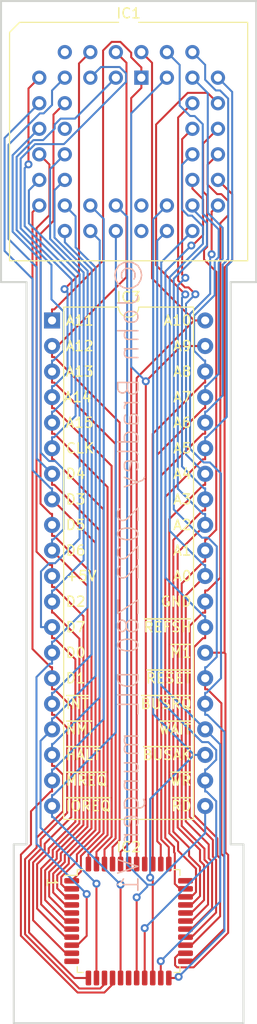
<source format=kicad_pcb>
(kicad_pcb (version 20211014) (generator pcbnew)
  (title_block (comment 4 "AISLER Project ID: YUITKTHA"))
  (layers (0 "F.Cu" signal) (31 "B.Cu" signal) (34 "B.Paste" user) (35 "F.Paste" user) (36 "B.SilkS" user "B.Silkscreen") (37 "F.SilkS" user "F.Silkscreen") (38 "B.Mask" user) (39 "F.Mask" user) (44 "Edge.Cuts" user))
  (net 0 "")
  (net 1 "/A11")
  (net 2 "/A12")
  (net 3 "/A13")
  (net 4 "/A14")
  (net 5 "/A15")
  (net 7 "/CLK")
  (net 8 "/DA4")
  (net 9 "/DA3")
  (net 10 "/DA5")
  (net 11 "/DA6")
  (net 13 "/+5V")
  (net 14 "/DA2")
  (net 15 "/DA7")
  (net 16 "/DA0")
  (net 17 "/DA1")
  (net 18 "/~{INT}")
  (net 19 "/~{NMI}")
  (net 20 "/~{HALT}")
  (net 21 "/~{MREQ}")
  (net 22 "/~{IOREQ}")
  (net 23 "/~{RD}")
  (net 26 "/~{WR}")
  (net 27 "/~{BUSAK}")
  (net 28 "/~{WAIT}")
  (net 29 "/~{BUSRQ}")
  (net 30 "/~{RESET}")
  (net 31 "/~{M1}")
  (net 32 "/~{REFSH}")
  (net 33 "/GND")
  (net 34 "/A0")
  (net 35 "/A1")
  (net 36 "/A2")
  (net 37 "/A3")
  (net 38 "/A4")
  (net 39 "/A5")
  (net 40 "/A6")
  (net 41 "/A7")
  (net 42 "/A8")
  (net 43 "/A9")
  (net 44 "/A10")
  (footprint "Package_QFP:LQFP-44_10x10mm_P0.8mm" (layer "F.Cu") (at 140.97 154.94)
    (fp_text reference "IC2")
    (fp_text value "Z80CPU-LQFP")
  )
  (footprint "Package_DIP:DIP-40_W15.24mm" (layer "F.Cu") (at 133.35 95.25)
    (fp_text reference "IC3")
    (fp_text value "Z80CPU-DIP")
  )
  (footprint "ExtraFootprints:PLCC-44_THT-Socket" (layer "F.Cu") (at 142.24 71.12)
    (fp_text reference "IC1")
    (fp_text value "Z80CPU-LCC")
  )
  (gr_line (start 152.4 165.1) (end 129.54 165.1) (layer "Edge.Cuts") (width 0.2))
  (gr_line (start 151.13 91.44) (end 151.13 147.32) (layer "Edge.Cuts") (width 0.2))
  (gr_line (start 128.27 91.44) (end 128.27 63.5) (layer "Edge.Cuts") (width 0.2))
  (gr_line (start 130.81 147.32) (end 129.54 147.32) (layer "Edge.Cuts") (width 0.2))
  (gr_line (start 129.54 165.1) (end 129.54 147.32) (layer "Edge.Cuts") (width 0.2))
  (gr_line (start 152.4 147.32) (end 152.4 165.1) (layer "Edge.Cuts") (width 0.2))
  (gr_line (start 130.81 91.44) (end 128.27 91.44) (layer "Edge.Cuts") (width 0.2))
  (gr_line (start 153.67 63.5) (end 153.67 91.44) (layer "Edge.Cuts") (width 0.2))
  (gr_line (start 151.13 147.32) (end 152.4 147.32) (layer "Edge.Cuts") (width 0.2))
  (gr_line (start 153.67 91.44) (end 151.13 91.44) (layer "Edge.Cuts") (width 0.2))
  (gr_line (start 130.81 147.32) (end 130.81 91.44) (layer "Edge.Cuts") (width 0.2))
  (gr_line (start 128.27 63.5) (end 153.67 63.5) (layer "Edge.Cuts") (width 0.2))
  (gr_text "©John Bradley 2022 Z80 DIL munger V1" (at 140.97 120.65 90) (layer "B.SilkS") (effects (font (size 2 2)) (justify mirror)))
  (gr_text "D5" (at 134.62 115.57) (layer "F.SilkS") (effects (font (size 1 1)) (justify left)))
  (gr_text "~{WAIT}" (at 147.32 135.89) (layer "F.SilkS") (effects (font (size 1 1)) (justify right)))
  (gr_text "~{BUSRQ}" (at 147.32 133.35) (layer "F.SilkS") (effects (font (size 1 1)) (justify right)))
  (gr_text "~{MREQ}" (at 134.62 140.97) (layer "F.SilkS") (effects (font (size 1 1)) (justify left)))
  (gr_text "A6" (at 147.32 105.41) (layer "F.SilkS") (effects (font (size 1 1)) (justify right)))
  (gr_text "A8" (at 147.32 100.33) (layer "F.SilkS") (effects (font (size 1 1)) (justify right)))
  (gr_text "A10" (at 147.32 95.25) (layer "F.SilkS") (effects (font (size 1 1)) (justify right)))
  (gr_text "~{RESET}" (at 147.32 130.81) (layer "F.SilkS") (effects (font (size 1 1)) (justify right)))
  (gr_text "~{M1}" (at 147.32 128.27) (layer "F.SilkS") (effects (font (size 1 1)) (justify right)))
  (gr_text "A11" (at 134.62 95.25) (layer "F.SilkS") (effects (font (size 1 1)) (justify left)))
  (gr_text "~{REFSH}" (at 147.32 125.73) (layer "F.SilkS") (effects (font (size 1 1)) (justify right)))
  (gr_text "CLK" (at 134.62 107.95) (layer "F.SilkS") (effects (font (size 1 1)) (justify left)))
  (gr_text "+5V" (at 134.62 120.65) (layer "F.SilkS") (effects (font (size 1 1)) (justify left)))
  (gr_text "D0" (at 134.62 128.27) (layer "F.SilkS") (effects (font (size 1 1)) (justify left)))
  (gr_text "~{INT}" (at 134.62 133.35) (layer "F.SilkS") (effects (font (size 1 1)) (justify left)))
  (gr_text "A14" (at 135.89 102.87) (layer "F.SilkS") (effects (font (size 1 1))))
  (gr_text "A7" (at 147.32 102.87) (layer "F.SilkS") (effects (font (size 1 1)) (justify right)))
  (gr_text "D2" (at 134.62 123.19) (layer "F.SilkS") (effects (font (size 1 1)) (justify left)))
  (gr_text "A2" (at 147.32 115.57) (layer "F.SilkS") (effects (font (size 1 1)) (justify right)))
  (gr_text "A9" (at 147.32 97.79) (layer "F.SilkS") (effects (font (size 1 1)) (justify right)))
  (gr_text "GND" (at 147.32 123.19) (layer "F.SilkS") (effects (font (size 1 1)) (justify right)))
  (gr_text "A0" (at 147.32 120.65) (layer "F.SilkS") (effects (font (size 1 1)) (justify right)))
  (gr_text "A1" (at 147.32 118.11) (layer "F.SilkS") (effects (font (size 1 1)) (justify right)))
  (gr_text "D3" (at 134.62 113.03) (layer "F.SilkS") (effects (font (size 1 1)) (justify left)))
  (gr_text "A13" (at 134.62 100.33) (layer "F.SilkS") (effects (font (size 1 1)) (justify left)))
  (gr_text "A4" (at 147.32 110.49) (layer "F.SilkS") (effects (font (size 1 1)) (justify right)))
  (gr_text "~{BUSAK}" (at 147.32 138.43) (layer "F.SilkS") (effects (font (size 1 1)) (justify right)))
  (gr_text "D1" (at 134.62 130.81) (layer "F.SilkS") (effects (font (size 1 1)) (justify left)))
  (gr_text "~{WR}" (at 147.32 140.97) (layer "F.SilkS") (effects (font (size 1 1)) (justify right)))
  (gr_text "A12" (at 134.62 97.79) (layer "F.SilkS") (effects (font (size 1 1)) (justify left)))
  (gr_text "D6" (at 134.62 118.11) (layer "F.SilkS") (effects (font (size 1 1)) (justify left)))
  (gr_text "~{RD}" (at 147.32 143.51) (layer "F.SilkS") (effects (font (size 1 1)) (justify right)))
  (gr_text "D4" (at 134.62 110.49) (layer "F.SilkS") (effects (font (size 1 1)) (justify left)))
  (gr_text "~{IOREQ}" (at 134.62 143.51) (layer "F.SilkS") (effects (font (size 1 1)) (justify left)))
  (gr_text "~{NMI}" (at 134.62 135.89) (layer "F.SilkS") (effects (font (size 1 1)) (justify left)))
  (gr_text "~{HALT}" (at 134.62 138.43) (layer "F.SilkS") (effects (font (size 1 1)) (justify left)))
  (gr_text "D7" (at 134.62 125.73) (layer "F.SilkS") (effects (font (size 1 1)) (justify left)))
  (gr_text "1" (at 133.35 151.13 270) (layer "F.SilkS") (effects (font (size 1 1))))
  (gr_text "A3" (at 147.32 113.03) (layer "F.SilkS") (effects (font (size 1 1)) (justify right)))
  (gr_text "A15" (at 134.62 105.41) (layer "F.SilkS") (effects (font (size 1 1)) (justify left)))
  (gr_text "A5" (at 147.32 107.95) (layer "F.SilkS") (effects (font (size 1 1)) (justify right)))
  (segment (start 140.17 149.2775) (end 140.17 148.0745) (width 0.2) (layer "F.Cu") (net 1))
  (segment (start 133.35 94.1497) (end 133.5747 94.1497) (width 0.2) (layer "F.Cu") (net 1))
  (segment (start 142.24 71.12) (end 142.24 72.1315) (width 0.2) (layer "F.Cu") (net 1))
  (segment (start 133.35 95.25) (end 133.35 94.1497) (width 0.2) (layer "F.Cu") (net 1))
  (segment (start 140.1571 67.5626) (end 141.2285 68.634) (width 0.2) (layer "F.Cu") (net 1))
  (segment (start 141.2285 68.634) (end 141.2285 69.097) (width 0.2) (layer "F.Cu") (net 1))
  (segment (start 141.2285 73.143) (end 142.24 72.1315) (width 0.2) (layer "F.Cu") (net 1))
  (segment (start 138.43 68.4187) (end 139.2861 67.5626) (width 0.2) (layer "F.Cu") (net 1))
  (segment (start 139.2861 67.5626) (end 140.1571 67.5626) (width 0.2) (layer "F.Cu") (net 1))
  (segment (start 140.17 148.0745) (end 141.2285 147.016) (width 0.2) (layer "F.Cu") (net 1))
  (segment (start 141.2285 147.016) (end 141.2285 73.143) (width 0.2) (layer "F.Cu") (net 1))
  (segment (start 138.43 89.2944) (end 138.43 68.4187) (width 0.2) (layer "F.Cu") (net 1))
  (segment (start 141.2285 69.097) (end 142.24 70.1085) (width 0.2) (layer "F.Cu") (net 1))
  (segment (start 133.5747 94.1497) (end 138.43 89.2944) (width 0.2) (layer "F.Cu") (net 1))
  (segment (start 142.24 71.12) (end 142.24 70.1085) (width 0.2) (layer "F.Cu") (net 1))
  (segment (start 133.35 98.3401) (end 133.35 98.8903) (width 0.2) (layer "F.Cu") (net 2))
  (segment (start 133.35 97.79) (end 133.35 98.3401) (width 0.2) (layer "F.Cu") (net 2))
  (segment (start 133.578 98.8903) (end 133.35 98.8903) (width 0.2) (layer "F.Cu") (net 2))
  (segment (start 133.35 98.3401) (end 140.7576 90.9325) (width 0.2) (layer "F.Cu") (net 2))
  (segment (start 139.37 149.2775) (end 139.37 147.5976) (width 0.2) (layer "F.Cu") (net 2))
  (segment (start 140.7576 69.6376) (end 139.7 68.58) (width 0.2) (layer "F.Cu") (net 2))
  (segment (start 140.0766 146.891) (end 140.0766 105.3889) (width 0.2) (layer "F.Cu") (net 2))
  (segment (start 140.7576 90.9325) (end 140.7576 69.6376) (width 0.2) (layer "F.Cu") (net 2))
  (segment (start 139.37 147.5976) (end 140.0766 146.891) (width 0.2) (layer "F.Cu") (net 2))
  (segment (start 140.0766 105.3889) (end 133.578 98.8903) (width 0.2) (layer "F.Cu") (net 2))
  (segment (start 133.35 100.33) (end 133.35 101.4303) (width 0.2) (layer "F.Cu") (net 3))
  (segment (start 138.57 147.8315) (end 139.6763 146.7252) (width 0.2) (layer "F.Cu") (net 3))
  (segment (start 133.578 101.4303) (end 133.35 101.4303) (width 0.2) (layer "F.Cu") (net 3))
  (segment (start 139.6763 107.5286) (end 133.578 101.4303) (width 0.2) (layer "F.Cu") (net 3))
  (segment (start 138.57 149.2775) (end 138.57 147.8315) (width 0.2) (layer "F.Cu") (net 3))
  (segment (start 139.6763 146.7252) (end 139.6763 107.5286) (width 0.2) (layer "F.Cu") (net 3))
  (segment (start 134.4906 94.3498) (end 133.2924 93.1516) (width 0.2) (layer "B.Cu") (net 3))
  (segment (start 133.2924 89.7283) (end 129.8241 86.26) (width 0.2) (layer "B.Cu") (net 3))
  (segment (start 133.35 100.33) (end 133.35 99.2297) (width 0.2) (layer "B.Cu") (net 3))
  (segment (start 134.2011 75.1885) (end 135.6315 75.1885) (width 0.2) (layer "B.Cu") (net 3))
  (segment (start 133.4875 99.2297) (end 134.4906 98.2266) (width 0.2) (layer "B.Cu") (net 3))
  (segment (start 129.8241 86.26) (end 129.8241 78.9971) (width 0.2) (layer "B.Cu") (net 3))
  (segment (start 133.2924 93.1516) (end 133.2924 89.7283) (width 0.2) (layer "B.Cu") (net 3))
  (segment (start 129.8241 78.9971) (end 131.4965 77.3247) (width 0.2) (layer "B.Cu") (net 3))
  (segment (start 132.4641 77.3247) (end 133.6085 76.1803) (width 0.2) (layer "B.Cu") (net 3))
  (segment (start 131.4965 77.3247) (end 132.4641 77.3247) (width 0.2) (layer "B.Cu") (net 3))
  (segment (start 133.6085 76.1803) (end 133.6085 75.7811) (width 0.2) (layer "B.Cu") (net 3))
  (segment (start 133.35 99.2297) (end 133.4875 99.2297) (width 0.2) (layer "B.Cu") (net 3))
  (segment (start 134.4906 98.2266) (end 134.4906 94.3498) (width 0.2) (layer "B.Cu") (net 3))
  (segment (start 133.6085 75.7811) (end 134.2011 75.1885) (width 0.2) (layer "B.Cu") (net 3))
  (segment (start 135.6315 75.1885) (end 139.7 71.12) (width 0.2) (layer "B.Cu") (net 3))
  (segment (start 133.548 103.9703) (end 133.35 103.9703) (width 0.2) (layer "F.Cu") (net 4))
  (segment (start 133.35 102.87) (end 133.35 103.9703) (width 0.2) (layer "F.Cu") (net 4))
  (segment (start 139.276 146.5594) (end 139.276 109.6983) (width 0.2) (layer "F.Cu") (net 4))
  (segment (start 136.0319 69.7081) (end 137.16 68.58) (width 0.2) (layer "F.Cu") (net 4))
  (segment (start 136.0319 90.6932) (end 136.0319 69.7081) (width 0.2) (layer "F.Cu") (net 4))
  (segment (start 137.77 148.0654) (end 139.276 146.5594) (width 0.2) (layer "F.Cu") (net 4))
  (segment (start 134.5908 92.1343) (end 136.0319 90.6932) (width 0.2) (layer "F.Cu") (net 4))
  (segment (start 137.77 149.2775) (end 137.77 148.0654) (width 0.2) (layer "F.Cu") (net 4))
  (segment (start 139.276 109.6983) (end 133.548 103.9703) (width 0.2) (layer "F.Cu") (net 4))
  (via (at 134.5908 92.1343) (size 0.8) (drill 0.4) (layers "F.Cu" "B.Cu") (net 4))
  (segment (start 134.8909 92.4344) (end 134.8909 100.4047) (width 0.2) (layer "B.Cu") (net 4))
  (segment (start 133.5259 101.7697) (end 133.35 101.7697) (width 0.2) (layer "B.Cu") (net 4))
  (segment (start 134.5908 92.1343) (end 134.8909 92.4344) (width 0.2) (layer "B.Cu") (net 4))
  (segment (start 133.35 102.87) (end 133.35 101.7697) (width 0.2) (layer "B.Cu") (net 4))
  (segment (start 134.8909 100.4047) (end 133.5259 101.7697) (width 0.2) (layer "B.Cu") (net 4))
  (segment (start 138.8757 146.3936) (end 138.8757 111.808) (width 0.2) (layer "F.Cu") (net 5))
  (segment (start 133.35 105.41) (end 133.35 106.5103) (width 0.2) (layer "F.Cu") (net 5))
  (segment (start 136.97 149.2775) (end 136.97 148.2993) (width 0.2) (layer "F.Cu") (net 5))
  (segment (start 138.8757 111.808) (end 133.578 106.5103) (width 0.2) (layer "F.Cu") (net 5))
  (segment (start 133.578 106.5103) (end 133.35 106.5103) (width 0.2) (layer "F.Cu") (net 5))
  (segment (start 136.97 148.2993) (end 138.8757 146.3936) (width 0.2) (layer "F.Cu") (net 5))
  (segment (start 131.6623 77.725) (end 130.2244 79.1629) (width 0.2) (layer "B.Cu") (net 5))
  (segment (start 133.35 105.41) (end 133.35 104.3097) (width 0.2) (layer "B.Cu") (net 5))
  (segment (start 135.2912 102.5062) (end 133.4877 104.3097) (width 0.2) (layer "B.Cu") (net 5))
  (segment (start 138.2192 70.0608) (end 140.0801 70.0608) (width 0.2) (layer "B.Cu") (net 5))
  (segment (start 137.16 71.12) (end 138.2192 70.0608) (width 0.2) (layer "B.Cu") (net 5))
  (segment (start 130.2244 79.1629) (end 130.2244 86.0938) (width 0.2) (layer "B.Cu") (net 5))
  (segment (start 135.2912 91.1606) (end 135.2912 102.5062) (width 0.2) (layer "B.Cu") (net 5))
  (segment (start 130.2244 86.0938) (end 135.2912 91.1606) (width 0.2) (layer "B.Cu") (net 5))
  (segment (start 133.4877 104.3097) (end 133.35 104.3097) (width 0.2) (layer "B.Cu") (net 5))
  (segment (start 134.53 77.725) (end 131.6623 77.725) (width 0.2) (layer "B.Cu") (net 5))
  (segment (start 140.7124 70.6931) (end 140.7124 71.5426) (width 0.2) (layer "B.Cu") (net 5))
  (segment (start 140.0801 70.0608) (end 140.7124 70.6931) (width 0.2) (layer "B.Cu") (net 5))
  (segment (start 140.7124 71.5426) (end 134.53 77.725) (width 0.2) (layer "B.Cu") (net 5))
  (segment (start 136.2204 148.4828) (end 138.4754 146.2278) (width 0.2) (layer "F.Cu") (net 7))
  (segment (start 136.2204 150.0271) (end 136.2204 148.4828) (width 0.2) (layer "F.Cu") (net 7))
  (segment (start 138.4754 114.038) (end 133.4877 109.0503) (width 0.2) (layer "F.Cu") (net 7))
  (segment (start 133.4877 109.0503) (end 133.35 109.0503) (width 0.2) (layer "F.Cu") (net 7))
  (segment (start 138.4754 146.2278) (end 138.4754 114.038) (width 0.2) (layer "F.Cu") (net 7))
  (segment (start 133.35 107.95) (end 133.35 109.0503) (width 0.2) (layer "F.Cu") (net 7))
  (segment (start 131.0043 79.7383) (end 131.0043 72.1957) (width 0.2) (layer "F.Cu") (net 7))
  (segment (start 131.0043 72.1957) (end 132.08 71.12) (width 0.2) (layer "F.Cu") (net 7))
  (segment (start 135.3075 150.94) (end 136.2204 150.0271) (width 0.2) (layer "F.Cu") (net 7))
  (via (at 131.0043 79.7383) (size 0.8) (drill 0.4) (layers "F.Cu" "B.Cu") (net 7))
  (segment (start 133.35 107.95) (end 133.35 106.8497) (width 0.2) (layer "B.Cu") (net 7))
  (segment (start 130.6247 85.8743) (end 130.6247 80.1179) (width 0.2) (layer "B.Cu") (net 7))
  (segment (start 130.6247 80.1179) (end 131.0043 79.7383) (width 0.2) (layer "B.Cu") (net 7))
  (segment (start 133.5682 106.8497) (end 135.6915 104.7264) (width 0.2) (layer "B.Cu") (net 7))
  (segment (start 135.6915 104.7264) (end 135.6915 90.9411) (width 0.2) (layer "B.Cu") (net 7))
  (segment (start 133.35 106.8497) (end 133.5682 106.8497) (width 0.2) (layer "B.Cu") (net 7))
  (segment (start 135.6915 90.9411) (end 130.6247 85.8743) (width 0.2) (layer "B.Cu") (net 7))
  (segment (start 133.35 110.49) (end 133.35 111.5903) (width 0.2) (layer "F.Cu") (net 8))
  (segment (start 138.0751 116.0874) (end 133.578 111.5903) (width 0.2) (layer "F.Cu") (net 8))
  (segment (start 134.7377 151.74) (end 134.266 151.2683) (width 0.2) (layer "F.Cu") (net 8))
  (segment (start 134.266 151.2683) (end 134.266 150.5643) (width 0.2) (layer "F.Cu") (net 8))
  (segment (start 138.0751 146.062) (end 138.0751 116.0874) (width 0.2) (layer "F.Cu") (net 8))
  (segment (start 135.8201 149.0102) (end 135.8201 148.317) (width 0.2) (layer "F.Cu") (net 8))
  (segment (start 134.266 150.5643) (end 135.8201 149.0102) (width 0.2) (layer "F.Cu") (net 8))
  (segment (start 133.578 111.5903) (end 133.35 111.5903) (width 0.2) (layer "F.Cu") (net 8))
  (segment (start 135.3075 151.74) (end 134.7377 151.74) (width 0.2) (layer "F.Cu") (net 8))
  (segment (start 135.8201 148.317) (end 138.0751 146.062) (width 0.2) (layer "F.Cu") (net 8))
  (segment (start 131.8266 89.9608) (end 129.0235 87.1577) (width 0.2) (layer "B.Cu") (net 8))
  (segment (start 133.35 110.49) (end 131.8266 108.9666) (width 0.2) (layer "B.Cu") (net 8))
  (segment (start 132.5133 74.6716) (end 133.35 73.8349) (width 0.2) (layer "B.Cu") (net 8))
  (segment (start 129.0235 87.1577) (end 129.0235 77.781) (width 0.2) (layer "B.Cu") (net 8))
  (segment (start 129.0235 77.781) (end 132.1329 74.6716) (width 0.2) (layer "B.Cu") (net 8))
  (segment (start 132.1329 74.6716) (end 132.5133 74.6716) (width 0.2) (layer "B.Cu") (net 8))
  (segment (start 131.8266 108.9666) (end 131.8266 89.9608) (width 0.2) (layer "B.Cu") (net 8))
  (segment (start 133.35 73.8349) (end 133.35 72.39) (width 0.2) (layer "B.Cu") (net 8))
  (segment (start 133.35 72.39) (end 134.62 71.12) (width 0.2) (layer "B.Cu") (net 8))
  (segment (start 133.8657 151.6871) (end 133.8657 150.3984) (width 0.2) (layer "F.Cu") (net 9))
  (segment (start 135.3075 152.54) (end 134.7186 152.54) (width 0.2) (layer "F.Cu") (net 9))
  (segment (start 135.0195 148.5515) (end 137.6748 145.8962) (width 0.2) (layer "F.Cu") (net 9))
  (segment (start 134.7186 152.54) (end 133.8657 151.6871) (width 0.2) (layer "F.Cu") (net 9))
  (segment (start 137.6748 145.8962) (end 137.6748 117.3548) (width 0.2) (layer "F.Cu") (net 9))
  (segment (start 135.0195 149.2446) (end 135.0195 148.5515) (width 0.2) (layer "F.Cu") (net 9))
  (segment (start 137.6748 117.3548) (end 133.35 113.03) (width 0.2) (layer "F.Cu") (net 9))
  (segment (start 133.8657 150.3984) (end 135.0195 149.2446) (width 0.2) (layer "F.Cu") (net 9))
  (segment (start 128.6231 77.1169) (end 132.08 73.66) (width 0.2) (layer "B.Cu") (net 9))
  (segment (start 131.415 110.1322) (end 131.415 91.1296) (width 0.2) (layer "B.Cu") (net 9))
  (segment (start 133.35 111.9297) (end 133.2125 111.9297) (width 0.2) (layer "B.Cu") (net 9))
  (segment (start 133.35 113.03) (end 133.35 111.9297) (width 0.2) (layer "B.Cu") (net 9))
  (segment (start 131.415 91.1296) (end 128.6231 88.3377) (width 0.2) (layer "B.Cu") (net 9))
  (segment (start 133.2125 111.9297) (end 131.415 110.1322) (width 0.2) (layer "B.Cu") (net 9))
  (segment (start 128.6231 88.3377) (end 128.6231 77.1169) (width 0.2) (layer "B.Cu") (net 9))
  (segment (start 133.35 114.4697) (end 133.2125 114.4697) (width 0.2) (layer "F.Cu") (net 10))
  (segment (start 132.2039 113.4611) (end 132.2039 86.6365) (width 0.2) (layer "F.Cu") (net 10))
  (segment (start 134.6996 153.34) (end 133.4654 152.1058) (width 0.2) (layer "F.Cu") (net 10))
  (segment (start 133.4919 74.7881) (end 134.62 73.66) (width 0.2) (layer "F.Cu") (net 10))
  (segment (start 133.2125 114.4697) (end 132.2039 113.4611) (width 0.2) (layer "F.Cu") (net 10))
  (segment (start 133.4919 85.3485) (end 133.4919 74.7881) (width 0.2) (layer "F.Cu") (net 10))
  (segment (start 133.35 115.57) (end 133.35 114.4697) (width 0.2) (layer "F.Cu") (net 10))
  (segment (start 132.2039 86.6365) (end 133.4919 85.3485) (width 0.2) (layer "F.Cu") (net 10))
  (segment (start 133.4654 150.2326) (end 134.6192 149.0788) (width 0.2) (layer "F.Cu") (net 10))
  (segment (start 133.35 115.57) (end 133.35 116.6703) (width 0.2) (layer "F.Cu") (net 10))
  (segment (start 133.578 116.6703) (end 133.35 116.6703) (width 0.2) (layer "F.Cu") (net 10))
  (segment (start 134.6192 149.0788) (end 134.6192 148.3857) (width 0.2) (layer "F.Cu") (net 10))
  (segment (start 133.4654 152.1058) (end 133.4654 150.2326) (width 0.2) (layer "F.Cu") (net 10))
  (segment (start 134.6192 148.3857) (end 137.2745 145.7304) (width 0.2) (layer "F.Cu") (net 10))
  (segment (start 137.2745 120.3668) (end 133.578 116.6703) (width 0.2) (layer "F.Cu") (net 10))
  (segment (start 135.3075 153.34) (end 134.6996 153.34) (width 0.2) (layer "F.Cu") (net 10))
  (segment (start 137.2745 145.7304) (end 137.2745 120.3668) (width 0.2) (layer "F.Cu") (net 10))
  (segment (start 134.2189 148.2199) (end 136.8742 145.5646) (width 0.2) (layer "F.Cu") (net 11))
  (segment (start 135.3075 154.14) (end 134.7038 154.14) (width 0.2) (layer "F.Cu") (net 11))
  (segment (start 134.2189 148.913) (end 134.2189 148.2199) (width 0.2) (layer "F.Cu") (net 11))
  (segment (start 136.8742 121.6342) (end 133.35 118.11) (width 0.2) (layer "F.Cu") (net 11))
  (segment (start 133.0651 152.5013) (end 133.0651 150.0668) (width 0.2) (layer "F.Cu") (net 11))
  (segment (start 134.7038 154.14) (end 133.0651 152.5013) (width 0.2) (layer "F.Cu") (net 11))
  (segment (start 136.8742 145.5646) (end 136.8742 121.6342) (width 0.2) (layer "F.Cu") (net 11))
  (segment (start 133.0651 150.0668) (end 134.2189 148.913) (width 0.2) (layer "F.Cu") (net 11))
  (segment (start 132.2269 89.2289) (end 129.4238 86.4258) (width 0.2) (layer "B.Cu") (net 11))
  (segment (start 129.4238 86.4258) (end 129.4238 78.8313) (width 0.2) (layer "B.Cu") (net 11))
  (segment (start 133.35 117.0097) (end 133.4875 117.0097) (width 0.2) (layer "B.Cu") (net 11))
  (segment (start 133.4875 117.0097) (end 134.4992 115.998) (width 0.2) (layer "B.Cu") (net 11))
  (segment (start 134.4992 115.998) (end 134.4992 110.0561) (width 0.2) (layer "B.Cu") (net 11))
  (segment (start 132.0551 76.2) (end 132.08 76.2) (width 0.2) (layer "B.Cu") (net 11))
  (segment (start 134.4992 110.0561) (end 133.6631 109.22) (width 0.2) (layer "B.Cu") (net 11))
  (segment (start 133.0565 109.22) (end 132.2269 108.3904) (width 0.2) (layer "B.Cu") (net 11))
  (segment (start 133.35 118.11) (end 133.35 117.0097) (width 0.2) (layer "B.Cu") (net 11))
  (segment (start 129.4238 78.8313) (end 132.0551 76.2) (width 0.2) (layer "B.Cu") (net 11))
  (segment (start 133.6631 109.22) (end 133.0565 109.22) (width 0.2) (layer "B.Cu") (net 11))
  (segment (start 132.2269 108.3904) (end 132.2269 89.2289) (width 0.2) (layer "B.Cu") (net 11))
  (segment (start 133.8186 148.0541) (end 136.4739 145.3988) (width 0.2) (layer "F.Cu") (net 13))
  (segment (start 133.578 121.7503) (end 133.35 121.7503) (width 0.2) (layer "F.Cu") (net 13))
  (segment (start 136.4739 145.3988) (end 136.4739 124.6462) (width 0.2) (layer "F.Cu") (net 13))
  (segment (start 133.0916 84.7824) (end 131.8035 86.0705) (width 0.2) (layer "F.Cu") (net 13))
  (segment (start 133.35 120.65) (end 133.35 119.5497) (width 0.2) (layer "F.Cu") (net 13))
  (segment (start 131.8035 118.2312) (end 133.122 119.5497) (width 0.2) (layer "F.Cu") (net 13))
  (segment (start 136.4739 124.6462) (end 133.578 121.7503) (width 0.2) (layer "F.Cu") (net 13))
  (segment (start 133.122 119.5497) (end 133.35 119.5497) (width 0.2) (layer "F.Cu") (net 13))
  (segment (start 133.0916 79.7516) (end 133.0916 84.7824) (width 0.2) (layer "F.Cu") (net 13))
  (segment (start 132.6648 152.8616) (end 132.6648 149.901) (width 0.2) (layer "F.Cu") (net 13))
  (segment (start 133.8186 148.7472) (end 133.8186 148.0541) (width 0.2) (layer "F.Cu") (net 13))
  (segment (start 134.7432 154.94) (end 132.6648 152.8616) (width 0.2) (layer "F.Cu") (net 13))
  (segment (start 135.3075 154.94) (end 134.7432 154.94) (width 0.2) (layer "F.Cu") (net 13))
  (segment (start 132.6648 149.901) (end 133.8186 148.7472) (width 0.2) (layer "F.Cu") (net 13))
  (segment (start 131.8035 86.0705) (end 131.8035 118.2312) (width 0.2) (layer "F.Cu") (net 13))
  (segment (start 132.08 78.74) (end 133.0916 79.7516) (width 0.2) (layer "F.Cu") (net 13))
  (segment (start 133.35 120.65) (end 133.35 121.7503) (width 0.2) (layer "F.Cu") (net 13))
  (segment (start 133.4847 124.2903) (end 133.35 124.2903) (width 0.2) (layer "F.Cu") (net 14))
  (segment (start 132.2645 153.2824) (end 132.2645 149.7352) (width 0.2) (layer "F.Cu") (net 14))
  (segment (start 136.0736 126.8792) (end 133.4847 124.2903) (width 0.2) (layer "F.Cu") (net 14))
  (segment (start 133.4183 147.8883) (end 136.0736 145.233) (width 0.2) (layer "F.Cu") (net 14))
  (segment (start 132.2645 149.7352) (end 133.4183 148.5814) (width 0.2) (layer "F.Cu") (net 14))
  (segment (start 135.3075 155.74) (end 134.7221 155.74) (width 0.2) (layer "F.Cu") (net 14))
  (segment (start 134.7221 155.74) (end 132.2645 153.2824) (width 0.2) (layer "F.Cu") (net 14))
  (segment (start 133.35 123.19) (end 133.35 124.2903) (width 0.2) (layer "F.Cu") (net 14))
  (segment (start 136.0736 145.233) (end 136.0736 126.8792) (width 0.2) (layer "F.Cu") (net 14))
  (segment (start 133.4183 148.5814) (end 133.4183 147.8883) (width 0.2) (layer "F.Cu") (net 14))
  (segment (start 133.1565 87.1455) (end 133.1565 80.2035) (width 0.2) (layer "B.Cu") (net 14))
  (segment (start 136.4921 90.4811) (end 133.1565 87.1455) (width 0.2) (layer "B.Cu") (net 14))
  (segment (start 133.1565 80.2035) (end 134.62 78.74) (width 0.2) (layer "B.Cu") (net 14))
  (segment (start 133.35 122.0897) (end 133.4875 122.0897) (width 0.2) (layer "B.Cu") (net 14))
  (segment (start 136.4921 119.0851) (end 136.4921 90.4811) (width 0.2) (layer "B.Cu") (net 14))
  (segment (start 133.4875 122.0897) (end 136.4921 119.0851) (width 0.2) (layer "B.Cu") (net 14))
  (segment (start 133.35 123.19) (end 133.35 122.0897) (width 0.2) (layer "B.Cu") (net 14))
  (segment (start 133.018 148.1324) (end 133.018 147.7225) (width 0.2) (layer "F.Cu") (net 15))
  (segment (start 133.018 147.7225) (end 135.6733 145.0672) (width 0.2) (layer "F.Cu") (net 15))
  (segment (start 131.8642 153.7071) (end 131.8642 149.2862) (width 0.2) (layer "F.Cu") (net 15))
  (segment (start 134.6971 156.54) (end 131.8642 153.7071) (width 0.2) (layer "F.Cu") (net 15))
  (segment (start 135.3075 156.54) (end 134.6971 156.54) (width 0.2) (layer "F.Cu") (net 15))
  (segment (start 133.35 125.73) (end 133.35 126.8303) (width 0.2) (layer "F.Cu") (net 15))
  (segment (start 135.6733 145.0672) (end 135.6733 128.9256) (width 0.2) (layer "F.Cu") (net 15))
  (segment (start 135.6733 128.9256) (end 133.578 126.8303) (width 0.2) (layer "F.Cu") (net 15))
  (segment (start 131.8642 149.2862) (end 133.018 148.1324) (width 0.2) (layer "F.Cu") (net 15))
  (segment (start 133.578 126.8303) (end 133.35 126.8303) (width 0.2) (layer "F.Cu") (net 15))
  (segment (start 136.0918 116.9348) (end 136.0918 90.647) (width 0.2) (layer "B.Cu") (net 15))
  (segment (start 133.6466 119.38) (end 136.0918 116.9348) (width 0.2) (layer "B.Cu") (net 15))
  (segment (start 131.0455 82.3145) (end 132.08 81.28) (width 0.2) (layer "B.Cu") (net 15))
  (segment (start 132.2497 120.1851) (end 133.0548 119.38) (width 0.2) (layer "B.Cu") (net 15))
  (segment (start 132.2497 125.73) (end 132.2497 120.1851) (width 0.2) (layer "B.Cu") (net 15))
  (segment (start 131.0455 85.6007) (end 131.0455 82.3145) (width 0.2) (layer "B.Cu") (net 15))
  (segment (start 133.35 125.73) (end 132.2497 125.73) (width 0.2) (layer "B.Cu") (net 15))
  (segment (start 133.0548 119.38) (end 133.6466 119.38) (width 0.2) (layer "B.Cu") (net 15))
  (segment (start 136.0918 90.647) (end 131.0455 85.6007) (width 0.2) (layer "B.Cu") (net 15))
  (segment (start 135.8726 157.34) (end 136.7957 156.4169) (width 0.2) (layer "F.Cu") (net 16))
  (segment (start 135.3075 157.34) (end 135.8726 157.34) (width 0.2) (layer "F.Cu") (net 16))
  (segment (start 136.7957 156.4169) (end 136.7957 152.2558) (width 0.2) (layer "F.Cu") (net 16))
  (via (at 136.7957 152.2558) (size 0.8) (drill 0.4) (layers "F.Cu" "B.Cu") (net 16))
  (segment (start 133.35 127.1697) (end 133.4875 127.1697) (width 0.2) (layer "B.Cu") (net 16))
  (segment (start 131.8007 147.2608) (end 131.8007 130.6916) (width 0.2) (layer "B.Cu") (net 16))
  (segment (start 133.4875 127.1697) (end 136.8924 123.7648) (width 0.2) (layer "B.Cu") (net 16))
  (segment (start 136.8924 123.7648) (end 136.8924 90.3153) (width 0.2) (layer "B.Cu") (net 16))
  (segment (start 133.122 129.3703) (end 133.35 129.3703) (width 0.2) (layer "B.Cu") (net 16))
  (segment (start 133.5939 82.3061) (end 134.62 81.28) (width 0.2) (layer "B.Cu") (net 16))
  (segment (start 133.35 128.27) (end 133.35 127.1697) (width 0.2) (layer "B.Cu") (net 16))
  (segment (start 136.7957 152.2558) (end 131.8007 147.2608) (width 0.2) (layer "B.Cu") (net 16))
  (segment (start 136.8924 90.3153) (end 133.5939 87.0168) (width 0.2) (layer "B.Cu") (net 16))
  (segment (start 133.35 128.27) (end 133.35 129.3703) (width 0.2) (layer "B.Cu") (net 16))
  (segment (start 133.5939 87.0168) (end 133.5939 82.3061) (width 0.2) (layer "B.Cu") (net 16))
  (segment (start 131.8007 130.6916) (end 133.122 129.3703) (width 0.2) (layer "B.Cu") (net 16))
  (segment (start 132.6177 147.9666) (end 131.4639 149.1204) (width 0.2) (layer "F.Cu") (net 17))
  (segment (start 132.08 83.82) (end 131.4032 84.4968) (width 0.2) (layer "F.Cu") (net 17))
  (segment (start 133.2125 129.7097) (end 133.35 129.7097) (width 0.2) (layer "F.Cu") (net 17))
  (segment (start 134.7396 158.14) (end 135.3075 158.14) (width 0.2) (layer "F.Cu") (net 17))
  (segment (start 131.4032 127.9004) (end 133.2125 129.7097) (width 0.2) (layer "F.Cu") (net 17))
  (segment (start 135.266 133.5983) (end 135.266 144.616) (width 0.2) (layer "F.Cu") (net 17))
  (segment (start 135.266 144.616) (end 132.6177 147.2643) (width 0.2) (layer "F.Cu") (net 17))
  (segment (start 131.4639 149.1204) (end 131.4639 154.8643) (width 0.2) (layer "F.Cu") (net 17))
  (segment (start 133.578 131.9103) (end 135.266 133.5983) (width 0.2) (layer "F.Cu") (net 17))
  (segment (start 133.35 130.81) (end 133.35 131.9103) (width 0.2) (layer "F.Cu") (net 17))
  (segment (start 131.4032 84.4968) (end 131.4032 127.9004) (width 0.2) (layer "F.Cu") (net 17))
  (segment (start 133.35 130.81) (end 133.35 129.7097) (width 0.2) (layer "F.Cu") (net 17))
  (segment (start 131.4639 154.8643) (end 134.7396 158.14) (width 0.2) (layer "F.Cu") (net 17))
  (segment (start 133.35 131.9103) (end 133.578 131.9103) (width 0.2) (layer "F.Cu") (net 17))
  (segment (start 132.6177 147.2643) (end 132.6177 147.9666) (width 0.2) (layer "F.Cu") (net 17))
  (segment (start 132.2174 147.8008) (end 131.0636 148.9546) (width 0.2) (layer "F.Cu") (net 18))
  (segment (start 135.5836 160.6025) (end 136.97 160.6025) (width 0.2) (layer "F.Cu") (net 18))
  (segment (start 133.578 134.4503) (end 134.8562 135.7285) (width 0.2) (layer "F.Cu") (net 18))
  (segment (start 131.0636 156.0825) (end 135.5836 160.6025) (width 0.2) (layer "F.Cu") (net 18))
  (segment (start 131.0636 148.9546) (end 131.0636 156.0825) (width 0.2) (layer "F.Cu") (net 18))
  (segment (start 133.35 134.4503) (end 133.578 134.4503) (width 0.2) (layer "F.Cu") (net 18))
  (segment (start 133.35 133.35) (end 133.35 134.4503) (width 0.2) (layer "F.Cu") (net 18))
  (segment (start 134.8562 144.186) (end 132.2174 146.8248) (width 0.2) (layer "F.Cu") (net 18))
  (segment (start 134.8562 135.7285) (end 134.8562 144.186) (width 0.2) (layer "F.Cu") (net 18))
  (segment (start 132.2174 146.8248) (end 132.2174 147.8008) (width 0.2) (layer "F.Cu") (net 18))
  (segment (start 137.2927 90.1495) (end 134.62 87.4768) (width 0.2) (layer "B.Cu") (net 18))
  (segment (start 133.4875 132.2497) (end 137.2927 128.4445) (width 0.2) (layer "B.Cu") (net 18))
  (segment (start 137.2927 128.4445) (end 137.2927 90.1495) (width 0.2) (layer "B.Cu") (net 18))
  (segment (start 134.62 87.4768) (end 134.62 86.36) (width 0.2) (layer "B.Cu") (net 18))
  (segment (start 133.35 132.2497) (end 133.4875 132.2497) (width 0.2) (layer "B.Cu") (net 18))
  (segment (start 133.35 133.35) (end 133.35 132.2497) (width 0.2) (layer "B.Cu") (net 18))
  (segment (start 137.77 160.6025) (end 137.77 151.2229) (width 0.2) (layer "F.Cu") (net 19))
  (via (at 137.77 151.2229) (size 0.8) (drill 0.4) (layers "F.Cu" "B.Cu") (net 19))
  (segment (start 137.693 89.9837) (end 135.6946 87.9853) (width 0.2) (layer "B.Cu") (net 19))
  (segment (start 132.2065 137.0335) (end 133.35 135.89) (width 0.2) (layer "B.Cu") (net 19))
  (segment (start 137.693 130.5842) (end 137.693 89.9837) (width 0.2) (layer "B.Cu") (net 19))
  (segment (start 135.6946 84.8946) (end 134.62 83.82) (width 0.2) (layer "B.Cu") (net 19))
  (segment (start 132.2065 145.6594) (end 132.2065 137.0335) (width 0.2) (layer "B.Cu") (net 19))
  (segment (start 135.6946 87.9853) (end 135.6946 84.8946) (width 0.2) (layer "B.Cu") (net 19))
  (segment (start 137.77 151.2229) (end 132.2065 145.6594) (width 0.2) (layer "B.Cu") (net 19))
  (segment (start 133.4875 134.7897) (end 137.693 130.5842) (width 0.2) (layer "B.Cu") (net 19))
  (segment (start 133.35 135.89) (end 133.35 134.7897) (width 0.2) (layer "B.Cu") (net 19))
  (segment (start 133.35 134.7897) (end 133.4875 134.7897) (width 0.2) (layer "B.Cu") (net 19))
  (segment (start 134.4558 144.0203) (end 134.4558 140.4081) (width 0.2) (layer "F.Cu") (net 20))
  (segment (start 131.8171 147.635) (end 131.8171 146.659) (width 0.2) (layer "F.Cu") (net 20))
  (segment (start 138.57 160.6025) (end 138.57 161.2201) (width 0.2) (layer "F.Cu") (net 20))
  (segment (start 131.8171 146.659) (end 134.4558 144.0203) (width 0.2) (layer "F.Cu") (net 20))
  (segment (start 138.1444 161.6457) (end 136.0605 161.6457) (width 0.2) (layer "F.Cu") (net 20))
  (segment (start 130.6633 156.2485) (end 130.6633 148.7888) (width 0.2) (layer "F.Cu") (net 20))
  (segment (start 136.0605 161.6457) (end 130.6633 156.2485) (width 0.2) (layer "F.Cu") (net 20))
  (segment (start 134.4558 140.4081) (end 133.578 139.5303) (width 0.2) (layer "F.Cu") (net 20))
  (segment (start 138.57 161.2201) (end 138.1444 161.6457) (width 0.2) (layer "F.Cu") (net 20))
  (segment (start 133.35 138.43) (end 133.35 139.5303) (width 0.2) (layer "F.Cu") (net 20))
  (segment (start 130.6633 148.7888) (end 131.8171 147.635) (width 0.2) (layer "F.Cu") (net 20))
  (segment (start 133.578 139.5303) (end 133.35 139.5303) (width 0.2) (layer "F.Cu") (net 20))
  (segment (start 133.35 137.3297) (end 133.4692 137.3297) (width 0.2) (layer "B.Cu") (net 20))
  (segment (start 138.0933 87.2933) (end 137.16 86.36) (width 0.2) (layer "B.Cu") (net 20))
  (segment (start 133.35 138.43) (end 133.35 137.3297) (width 0.2) (layer "B.Cu") (net 20))
  (segment (start 138.0933 132.7056) (end 138.0933 87.2933) (width 0.2) (layer "B.Cu") (net 20))
  (segment (start 133.4692 137.3297) (end 138.0933 132.7056) (width 0.2) (layer "B.Cu") (net 20))
  (segment (start 133.35 140.97) (end 133.35 142.0703) (width 0.2) (layer "F.Cu") (net 21))
  (segment (start 133.35 142.0703) (end 133.2125 142.0703) (width 0.2) (layer "F.Cu") (net 21))
  (segment (start 139.37 161.2342) (end 139.37 160.6025) (width 0.2) (layer "F.Cu") (net 21))
  (segment (start 130.2501 156.4028) (end 135.8934 162.0461) (width 0.2) (layer "F.Cu") (net 21))
  (segment (start 133.2125 142.0703) (end 131.2554 144.0274) (width 0.2) (layer "F.Cu") (net 21))
  (segment (start 131.2554 144.0274) (end 131.2554 147.3333) (width 0.2) (layer "F.Cu") (net 21))
  (segment (start 130.2501 148.3386) (end 130.2501 156.4028) (width 0.2) (layer "F.Cu") (net 21))
  (segment (start 135.8934 162.0461) (end 138.5581 162.0461) (width 0.2) (layer "F.Cu") (net 21))
  (segment (start 138.5581 162.0461) (end 139.37 161.2342) (width 0.2) (layer "F.Cu") (net 21))
  (segment (start 131.2554 147.3333) (end 130.2501 148.3386) (width 0.2) (layer "F.Cu") (net 21))
  (segment (start 138.4936 85.1536) (end 137.16 83.82) (width 0.2) (layer "B.Cu") (net 21))
  (segment (start 138.4936 134.8638) (end 138.4936 85.1536) (width 0.2) (layer "B.Cu") (net 21))
  (segment (start 133.4877 139.8697) (end 138.4936 134.8638) (width 0.2) (layer "B.Cu") (net 21))
  (segment (start 133.35 140.97) (end 133.35 139.8697) (width 0.2) (layer "B.Cu") (net 21))
  (segment (start 133.35 139.8697) (end 133.4877 139.8697) (width 0.2) (layer "B.Cu") (net 21))
  (segment (start 140.17 160.6025) (end 140.17 151.3208) (width 0.2) (layer "F.Cu") (net 22))
  (via (at 140.17 151.3208) (size 0.8) (drill 0.4) (layers "F.Cu" "B.Cu") (net 22))
  (segment (start 133.35 143.51) (end 133.35 144.6103) (width 0.2) (layer "B.Cu") (net 22))
  (segment (start 133.4875 142.4097) (end 139.7 136.1972) (width 0.2) (layer "B.Cu") (net 22))
  (segment (start 139.7 136.1972) (end 139.7 86.36) (width 0.2) (layer "B.Cu") (net 22))
  (segment (start 133.35 142.4097) (end 133.4875 142.4097) (width 0.2) (layer "B.Cu") (net 22))
  (segment (start 133.35 144.6103) (end 133.4595 144.6103) (width 0.2) (layer "B.Cu") (net 22))
  (segment (start 133.4595 144.6103) (end 140.17 151.3208) (width 0.2) (layer "B.Cu") (net 22))
  (segment (start 133.35 143.51) (end 133.35 142.4097) (width 0.2) (layer "B.Cu") (net 22))
  (segment (start 141.77 152.5863) (end 141.77 160.6025) (width 0.2) (layer "F.Cu") (net 23))
  (via (at 141.77 152.5863) (size 0.8) (drill 0.4) (layers "F.Cu" "B.Cu") (net 23))
  (segment (start 148.59 146.1982) (end 148.59 144.6103) (width 0.2) (layer "B.Cu") (net 23))
  (segment (start 142.8308 151.3306) (end 140.8282 149.328) (width 0.2) (layer "B.Cu") (net 23))
  (segment (start 142.8308 151.3306) (end 143.4576 151.3306) (width 0.2) (layer "B.Cu") (net 23))
  (segment (start 140.8281 84.9481) (end 139.7 83.82) (width 0.2) (layer "B.Cu") (net 23))
  (segment (start 140.8282 84.9481) (end 140.8281 84.9481) (width 0.2) (layer "B.Cu") (net 23))
  (segment (start 148.59 143.51) (end 148.59 144.6103) (width 0.2) (layer "B.Cu") (net 23))
  (segment (start 142.8308 151.3306) (end 142.8308 151.5255) (width 0.2) (layer "B.Cu") (net 23))
  (segment (start 140.8282 149.328) (end 140.8282 84.9481) (width 0.2) (layer "B.Cu") (net 23))
  (segment (start 142.8308 151.5255) (end 141.77 152.5863) (width 0.2) (layer "B.Cu") (net 23))
  (segment (start 143.4576 151.3306) (end 148.59 146.1982) (width 0.2) (layer "B.Cu") (net 23))
  (segment (start 142.57 160.6025) (end 142.57 155.6471) (width 0.2) (layer "F.Cu") (net 26))
  (via (at 142.57 155.6471) (size 0.8) (drill 0.4) (layers "F.Cu" "B.Cu") (net 26))
  (segment (start 149.6904 148.5267) (end 142.57 155.6471) (width 0.2) (layer "B.Cu") (net 26))
  (segment (start 143.818 132.6941) (end 148.2839 137.16) (width 0.2) (layer "B.Cu") (net 26))
  (segment (start 148.59 140.97) (end 148.59 142.0703) (width 0.2) (layer "B.Cu") (net 26))
  (segment (start 148.59 140.97) (end 148.59 139.8697) (width 0.2) (layer "B.Cu") (net 26))
  (segment (start 148.7275 139.8697) (end 148.59 139.8697) (width 0.2) (layer "B.Cu") (net 26))
  (segment (start 148.7275 142.0703) (end 149.6904 143.0332) (width 0.2) (layer "B.Cu") (net 26))
  (segment (start 149.6904 138.9068) (end 148.7275 139.8697) (width 0.2) (layer "B.Cu") (net 26))
  (segment (start 148.2839 137.16) (end 148.9018 137.16) (width 0.2) (layer "B.Cu") (net 26))
  (segment (start 148.59 142.0703) (end 148.7275 142.0703) (width 0.2) (layer "B.Cu") (net 26))
  (segment (start 149.6904 143.0332) (end 149.6904 148.5267) (width 0.2) (layer "B.Cu") (net 26))
  (segment (start 143.818 87.322) (end 143.818 132.6941) (width 0.2) (layer "B.Cu") (net 26))
  (segment (start 144.78 86.36) (end 143.818 87.322) (width 0.2) (layer "B.Cu") (net 26))
  (segment (start 149.6904 137.9486) (end 149.6904 138.9068) (width 0.2) (layer "B.Cu") (net 26))
  (segment (start 148.9018 137.16) (end 149.6904 137.9486) (width 0.2) (layer "B.Cu") (net 26))
  (segment (start 143.37 160.6025) (end 143.37 150.8795) (width 0.2) (layer "F.Cu") (net 27))
  (segment (start 143.37 150.8795) (end 143.1135 150.623) (width 0.2) (layer "F.Cu") (net 27))
  (via (at 143.1135 150.623) (size 0.8) (drill 0.4) (layers "F.Cu" "B.Cu") (net 27))
  (segment (start 143.4177 85.1823) (end 143.4177 134.358) (width 0.2) (layer "B.Cu") (net 27))
  (segment (start 144.78 83.82) (end 143.4177 85.1823) (width 0.2) (layer "B.Cu") (net 27))
  (segment (start 143.1135 142.8062) (end 143.1135 150.623) (width 0.2) (layer "B.Cu") (net 27))
  (segment (start 147.4897 138.43) (end 143.1135 142.8062) (width 0.2) (layer "B.Cu") (net 27))
  (segment (start 143.4177 134.358) (end 147.4897 138.43) (width 0.2) (layer "B.Cu") (net 27))
  (segment (start 148.59 138.43) (end 147.4897 138.43) (width 0.2) (layer "B.Cu") (net 27))
  (segment (start 144.17 160.6025) (end 144.17 158.9252) (width 0.2) (layer "F.Cu") (net 28))
  (via (at 144.17 158.9252) (size 0.8) (drill 0.4) (layers "F.Cu" "B.Cu") (net 28))
  (segment (start 144.2184 89.4616) (end 147.32 86.36) (width 0.2) (layer "B.Cu") (net 28))
  (segment (start 150.0908 153.0044) (end 150.0908 137.3908) (width 0.2) (layer "B.Cu") (net 28))
  (segment (start 144.2184 131.5184) (end 144.2184 89.4616) (width 0.2) (layer "B.Cu") (net 28))
  (segment (start 150.0908 137.3908) (end 148.59 135.89) (width 0.2) (layer "B.Cu") (net 28))
  (segment (start 144.17 158.9252) (end 150.0908 153.0044) (width 0.2) (layer "B.Cu") (net 28))
  (segment (start 148.59 135.89) (end 144.2184 131.5184) (width 0.2) (layer "B.Cu") (net 28))
  (segment (start 149.2313 84.4487) (end 149.86 83.82) (width 0.2) (layer "F.Cu") (net 29))
  (segment (start 149.2313 88.6726) (end 149.2313 84.4487) (width 0.2) (layer "F.Cu") (net 29))
  (segment (start 145.8278 160.6025) (end 145.9478 160.4825) (width 0.2) (layer "F.Cu") (net 29))
  (segment (start 144.97 160.6025) (end 145.8278 160.6025) (width 0.2) (layer "F.Cu") (net 29))
  (via (at 149.2313 88.6726) (size 0.8) (drill 0.4) (layers "F.Cu" "B.Cu") (net 29))
  (via (at 145.9478 160.4825) (size 0.8) (drill 0.4) (layers "F.Cu" "B.Cu") (net 29))
  (segment (start 148.59 132.7998) (end 148.59 132.2497) (width 0.2) (layer "B.Cu") (net 29))
  (segment (start 145.9478 160.4825) (end 150.5052 155.9251) (width 0.2) (layer "B.Cu") (net 29))
  (segment (start 149.0595 109.3616) (end 148.4366 109.3616) (width 0.2) (layer "B.Cu") (net 29))
  (segment (start 147.0833 94.6023) (end 149.0888 92.5968) (width 0.2) (layer "B.Cu") (net 29))
  (segment (start 147.0833 108.0083) (end 147.0833 94.6023) (width 0.2) (layer "B.Cu") (net 29))
  (segment (start 148.59 133.35) (end 148.59 132.9219) (width 0.2) (layer "B.Cu") (net 29))
  (segment (start 149.0888 92.5968) (end 149.0888 88.8151) (width 0.2) (layer "B.Cu") (net 29))
  (segment (start 148.59 132.2497) (end 148.7275 132.2497) (width 0.2) (layer "B.Cu") (net 29))
  (segment (start 148.59 133.35) (end 148.59 134.4503) (width 0.2) (layer "B.Cu") (net 29))
  (segment (start 148.7275 132.2497) (end 150.1664 130.8108) (width 0.2) (layer "B.Cu") (net 29))
  (segment (start 150.1664 130.8108) (end 150.1664 110.4685) (width 0.2) (layer "B.Cu") (net 29))
  (segment (start 150.5052 136.1375) (end 148.818 134.4503) (width 0.2) (layer "B.Cu") (net 29))
  (segment (start 150.5052 155.9251) (end 150.5052 136.1375) (width 0.2) (layer "B.Cu") (net 29))
  (segment (start 150.1664 110.4685) (end 149.0595 109.3616) (width 0.2) (layer "B.Cu") (net 29))
  (segment (start 148.818 134.4503) (end 148.59 134.4503) (width 0.2) (layer "B.Cu") (net 29))
  (segment (start 149.0888 88.8151) (end 149.2313 88.6726) (width 0.2) (layer "B.Cu") (net 29))
  (segment (start 148.4366 109.3616) (end 147.0833 108.0083) (width 0.2) (layer "B.Cu") (net 29))
  (segment (start 148.59 132.7998) (end 148.59 132.9219) (width 0.2) (layer "B.Cu") (net 29))
  (segment (start 148.59 130.81) (end 148.59 131.9103) (width 0.2) (layer "F.Cu") (net 30))
  (segment (start 150.4781 155.7175) (end 150.4781 148.5383) (width 0.2) (layer "F.Cu") (net 30))
  (segment (start 150.206 148.2662) (end 150.206 133.2983) (width 0.2) (layer "F.Cu") (net 30))
  (segment (start 150.206 133.2983) (end 148.818 131.9103) (width 0.2) (layer "F.Cu") (net 30))
  (segment (start 147.2556 158.94) (end 150.4781 155.7175) (width 0.2) (layer "F.Cu") (net 30))
  (segment (start 150.4781 148.5383) (end 150.206 148.2662) (width 0.2) (layer "F.Cu") (net 30))
  (segment (start 148.818 131.9103) (end 148.59 131.9103) (width 0.2) (layer "F.Cu") (net 30))
  (segment (start 146.6325 158.94) (end 147.2556 158.94) (width 0.2) (layer "F.Cu") (net 30))
  (segment (start 148.59 129.7097) (end 148.7277 129.7097) (width 0.2) (layer "B.Cu") (net 30))
  (segment (start 148.7676 87.8037) (end 148.7676 85.6025) (width 0.2) (layer "B.Cu") (net 30))
  (segment (start 148.2709 116.84) (end 145.4635 114.0326) (width 0.2) (layer "B.Cu") (net 30))
  (segment (start 148.59 130.81) (end 148.59 129.7097) (width 0.2) (layer "B.Cu") (net 30))
  (segment (start 148.7676 85.6025) (end 147.32 84.1549) (width 0.2) (layer "B.Cu") (net 30))
  (segment (start 149.7425 117.7037) (end 148.8788 116.84) (width 0.2) (layer "B.Cu") (net 30))
  (segment (start 148.7277 129.7097) (end 149.7425 128.6949) (width 0.2) (layer "B.Cu") (net 30))
  (segment (start 145.4635 91.1078) (end 148.7676 87.8037) (width 0.2) (layer "B.Cu") (net 30))
  (segment (start 147.32 84.1549) (end 147.32 83.82) (width 0.2) (layer "B.Cu") (net 30))
  (segment (start 145.4635 114.0326) (end 145.4635 91.1078) (width 0.2) (layer "B.Cu") (net 30))
  (segment (start 148.8788 116.84) (end 148.2709 116.84) (width 0.2) (layer "B.Cu") (net 30))
  (segment (start 149.7425 128.6949) (end 149.7425 117.7037) (width 0.2) (layer "B.Cu") (net 30))
  (segment (start 150.61 128.382) (end 150.498 128.27) (width 0.2) (layer "F.Cu") (net 31))
  (segment (start 149.6903 128.27) (end 150.498 128.27) (width 0.2) (layer "F.Cu") (net 31))
  (segment (start 150.8784 156.1081) (end 150.8784 148.3725) (width 0.2) (layer "F.Cu") (net 31))
  (segment (start 146.0413 158.14) (end 145.5942 158.5871) (width 0.2) (layer "F.Cu") (net 31))
  (segment (start 145.8046 159.5439) (end 147.4426 159.5439) (width 0.2) (layer "F.Cu") (net 31))
  (segment (start 150.5211 89.9776) (end 151.2909 89.2078) (width 0.2) (layer "F.Cu") (net 31))
  (segment (start 151.2909 89.2078) (end 151.2909 82.7109) (width 0.2) (layer "F.Cu") (net 31))
  (segment (start 151.2909 82.7109) (end 149.86 81.28) (width 0.2) (layer "F.Cu") (net 31))
  (segment (start 150.61 148.1041) (end 150.61 128.382) (width 0.2) (layer "F.Cu") (net 31))
  (segment (start 148.59 128.27) (end 149.6903 128.27) (width 0.2) (layer "F.Cu") (net 31))
  (segment (start 147.4426 159.5439) (end 150.8784 156.1081) (width 0.2) (layer "F.Cu") (net 31))
  (segment (start 150.8784 148.3725) (end 150.61 148.1041) (width 0.2) (layer "F.Cu") (net 31))
  (segment (start 150.5211 128.2469) (end 150.5211 89.9776) (width 0.2) (layer "F.Cu") (net 31))
  (segment (start 145.5942 158.5871) (end 145.5942 159.3335) (width 0.2) (layer "F.Cu") (net 31))
  (segment (start 150.498 128.27) (end 150.5211 128.2469) (width 0.2) (layer "F.Cu") (net 31))
  (segment (start 145.5942 159.3335) (end 145.8046 159.5439) (width 0.2) (layer "F.Cu") (net 31))
  (segment (start 146.6325 158.14) (end 146.0413 158.14) (width 0.2) (layer "F.Cu") (net 31))
  (segment (start 147.2129 157.34) (end 150.0778 154.4751) (width 0.2) (layer "F.Cu") (net 32))
  (segment (start 147.3284 87.8007) (end 148.3815 86.7476) (width 0.2) (layer "F.Cu") (net 32))
  (segment (start 146.6325 157.34) (end 147.2129 157.34) (width 0.2) (layer "F.Cu") (net 32))
  (segment (start 148.59 125.73) (end 148.59 126.8303) (width 0.2) (layer "F.Cu") (net 32))
  (segment (start 149.8037 146.7239) (end 147.4644 144.3846) (width 0.2) (layer "F.Cu") (net 32))
  (segment (start 150.0778 154.4751) (end 150.0778 148.7041) (width 0.2) (layer "F.Cu") (net 32))
  (segment (start 147.4644 127.7279) (end 148.362 126.8303) (width 0.2) (layer "F.Cu") (net 32))
  (segment (start 149.8037 148.43) (end 149.8037 146.7239) (width 0.2) (layer "F.Cu") (net 32))
  (segment (start 148.3815 86.7476) (end 148.3815 83.2106) (width 0.2) (layer "F.Cu") (net 32))
  (segment (start 147.4644 144.3846) (end 147.4644 127.7279) (width 0.2) (layer "F.Cu") (net 32))
  (segment (start 148.3815 83.2106) (end 147.32 82.1491) (width 0.2) (layer "F.Cu") (net 32))
  (segment (start 148.362 126.8303) (end 148.59 126.8303) (width 0.2) (layer "F.Cu") (net 32))
  (segment (start 147.32 82.1491) (end 147.32 81.28) (width 0.2) (layer "F.Cu") (net 32))
  (segment (start 147.2111 87.8007) (end 147.3284 87.8007) (width 0.2) (layer "F.Cu") (net 32))
  (segment (start 150.0778 148.7041) (end 149.8037 148.43) (width 0.2) (layer "F.Cu") (net 32))
  (via (at 147.2111 87.8007) (size 0.8) (drill 0.4) (layers "F.Cu" "B.Cu") (net 32))
  (segment (start 148.4523 124.6297) (end 144.6362 120.8136) (width 0.2) (layer "B.Cu") (net 32))
  (segment (start 144.6362 120.8136) (end 144.6362 90.3756) (width 0.2) (layer "B.Cu") (net 32))
  (segment (start 148.59 125.73) (end 148.59 124.6297) (width 0.2) (layer "B.Cu") (net 32))
  (segment (start 148.59 124.6297) (end 148.4523 124.6297) (width 0.2) (layer "B.Cu") (net 32))
  (segment (start 144.6362 90.3756) (end 147.2111 87.8007) (width 0.2) (layer "B.Cu") (net 32))
  (segment (start 146.6325 156.54) (end 147.2338 156.54) (width 0.2) (layer "F.Cu") (net 33))
  (segment (start 149.3553 146.8851) (end 147.0539 144.5837) (width 0.2) (layer "F.Cu") (net 33))
  (segment (start 150.193 82.6915) (end 149.7767 82.6915) (width 0.2) (layer "F.Cu") (net 33))
  (segment (start 147.2338 156.54) (end 149.6775 154.0963) (width 0.2) (layer "F.Cu") (net 33))
  (segment (start 149.3553 148.5477) (end 149.3553 146.8851) (width 0.2) (layer "F.Cu") (net 33))
  (segment (start 148.8278 79.7722) (end 149.86 78.74) (width 0.2) (layer "F.Cu") (net 33))
  (segment (start 149.6775 148.8699) (end 149.3553 148.5477) (width 0.2) (layer "F.Cu") (net 33))
  (segment (start 147.0539 125.5984) (end 148.362 124.2903) (width 0.2) (layer "F.Cu") (net 33))
  (segment (start 148.59 123.19) (end 148.59 122.0897) (width 0.2) (layer "F.Cu") (net 33))
  (segment (start 150.8867 83.3852) (end 150.193 82.6915) (width 0.2) (layer "F.Cu") (net 33))
  (segment (start 148.8278 81.7426) (end 148.8278 79.7722) (width 0.2) (layer "F.Cu") (net 33))
  (segment (start 149.6775 154.0963) (end 149.6775 148.8699) (width 0.2) (layer "F.Cu") (net 33))
  (segment (start 150.0978 120.8099) (end 150.0978 85.5731) (width 0.2) (layer "F.Cu") (net 33))
  (segment (start 148.362 124.2903) (end 148.59 124.2903) (width 0.2) (layer "F.Cu") (net 33))
  (segment (start 148.818 122.0897) (end 150.0978 120.8099) (width 0.2) (layer "F.Cu") (net 33))
  (segment (start 150.8867 84.7842) (end 150.8867 83.3852) (width 0.2) (layer "F.Cu") (net 33))
  (segment (start 149.7767 82.6915) (end 148.8278 81.7426) (width 0.2) (layer "F.Cu") (net 33))
  (segment (start 150.0978 85.5731) (end 150.8867 84.7842) (width 0.2) (layer "F.Cu") (net 33))
  (segment (start 148.59 122.0897) (end 148.818 122.0897) (width 0.2) (layer "F.Cu") (net 33))
  (segment (start 147.0539 144.5837) (end 147.0539 125.5984) (width 0.2) (layer "F.Cu") (net 33))
  (segment (start 148.59 123.19) (end 148.59 124.2903) (width 0.2) (layer "F.Cu") (net 33))
  (segment (start 146.6325 155.74) (end 147.237 155.74) (width 0.2) (layer "F.Cu") (net 34))
  (segment (start 149.2772 149.0357) (end 148.9431 148.7016) (width 0.2) (layer "F.Cu") (net 34))
  (segment (start 148.9431 148.7016) (end 148.9431 147.322) (width 0.2) (layer "F.Cu") (net 34))
  (segment (start 148.9431 147.322) (end 146.6536 145.0325) (width 0.2) (layer "F.Cu") (net 34))
  (segment (start 146.6536 145.0325) (end 146.6536 122.5864) (width 0.2) (layer "F.Cu") (net 34))
  (segment (start 147.237 155.74) (end 149.2772 153.6998) (width 0.2) (layer "F.Cu") (net 34))
  (segment (start 149.2772 153.6998) (end 149.2772 149.0357) (width 0.2) (layer "F.Cu") (net 34))
  (segment (start 146.6536 122.5864) (end 148.59 120.65) (width 0.2) (layer "F.Cu") (net 34))
  (segment (start 147.2829 84.8316) (end 146.8975 84.8316) (width 0.2) (layer "B.Cu") (net 34))
  (segment (start 148.59 119.5497) (end 148.4525 119.5497) (width 0.2) (layer "B.Cu") (net 34))
  (segment (start 146.2754 84.2095) (end 146.2754 79.7846) (width 0.2) (layer "B.Cu") (net 34))
  (segment (start 145.0631 90.9419) (end 148.3672 87.6378) (width 0.2) (layer "B.Cu") (net 34))
  (segment (start 148.59 120.65) (end 148.59 119.5497) (width 0.2) (layer "B.Cu") (net 34))
  (segment (start 148.3672 85.9159) (end 147.2829 84.8316) (width 0.2) (layer "B.Cu") (net 34))
  (segment (start 148.3672 87.6378) (end 148.3672 85.9159) (width 0.2) (layer "B.Cu") (net 34))
  (segment (start 148.4525 119.5497) (end 145.0631 116.1603) (width 0.2) (layer "B.Cu") (net 34))
  (segment (start 145.0631 116.1603) (end 145.0631 90.9419) (width 0.2) (layer "B.Cu") (net 34))
  (segment (start 146.8975 84.8316) (end 146.2754 84.2095) (width 0.2) (layer "B.Cu") (net 34))
  (segment (start 146.2754 79.7846) (end 147.32 78.74) (width 0.2) (layer "B.Cu") (net 34))
  (segment (start 146.2533 121.3904) (end 148.4334 119.2103) (width 0.2) (layer "F.Cu") (net 35))
  (segment (start 148.7275 117.0097) (end 149.6928 116.0444) (width 0.2) (layer "F.Cu") (net 35))
  (segment (start 148.4334 119.2103) (end 148.59 119.2103) (width 0.2) (layer "F.Cu") (net 35))
  (segment (start 148.782 82.8428) (end 148.3816 82.4424) (width 0.2) (layer "F.Cu") (net 35))
  (segment (start 148.59 117.0097) (end 148.7275 117.0097) (width 0.2) (layer "F.Cu") (net 35))
  (segment (start 148.5193 147.7474) (end 146.2533 145.4814) (width 0.2) (layer "F.Cu") (net 35))
  (segment (start 148.5193 148.8439) (end 148.5193 147.7474) (width 0.2) (layer "F.Cu") (net 35))
  (segment (start 148.8769 149.2015) (end 148.5193 148.8439) (width 0.2) (layer "F.Cu") (net 35))
  (segment (start 148.4777 88.2437) (end 148.782 87.9394) (width 0.2) (layer "F.Cu") (net 35))
  (segment (start 149.6928 90.4103) (end 148.4777 89.1952) (width 0.2) (layer "F.Cu") (net 35))
  (segment (start 148.3816 77.6784) (end 149.86 76.2) (width 0.2) (layer "F.Cu") (net 35))
  (segment (start 146.6325 154.94) (end 147.2427 154.94) (width 0.2) (layer "F.Cu") (net 35))
  (segment (start 148.59 118.11) (end 148.59 117.0097) (width 0.2) (layer "F.Cu") (net 35))
  (segment (start 148.3816 82.4424) (end 148.3816 77.6784) (width 0.2) (layer "F.Cu") (net 35))
  (segment (start 149.6928 116.0444) (end 149.6928 90.4103) (width 0.2) (layer "F.Cu") (net 35))
  (segment (start 148.59 118.11) (end 148.59 119.2103) (width 0.2) (layer "F.Cu") (net 35))
  (segment (start 146.2533 145.4814) (end 146.2533 121.3904) (width 0.2) (layer "F.Cu") (net 35))
  (segment (start 148.782 87.9394) (end 148.782 82.8428) (width 0.2) (layer "F.Cu") (net 35))
  (segment (start 147.2427 154.94) (end 148.8769 153.3058) (width 0.2) (layer "F.Cu") (net 35))
  (segment (start 148.8769 153.3058) (end 148.8769 149.2015) (width 0.2) (layer "F.Cu") (net 35))
  (segment (start 148.4777 89.1952) (end 148.4777 88.2437) (width 0.2) (layer "F.Cu") (net 35))
  (segment (start 146.2979 90.6945) (end 146.618 91.0146) (width 0.2) (layer "F.Cu") (net 36))
  (segment (start 147.32 76.2) (end 146.2979 77.2221) (width 0.2) (layer "F.Cu") (net 36))
  (segment (start 145.853 145.6472) (end 145.853 118.307) (width 0.2) (layer "F.Cu") (net 36))
  (segment (start 146.2979 77.2221) (end 146.2979 90.6945) (width 0.2) (layer "F.Cu") (net 36))
  (segment (start 148.4766 149.3673) (end 148.0763 148.967) (width 0.2) (layer "F.Cu") (net 36))
  (segment (start 145.853 118.307) (end 148.59 115.57) (width 0.2) (layer "F.Cu") (net 36))
  (segment (start 146.6325 154.14) (end 147.196 154.14) (width 0.2) (layer "F.Cu") (net 36))
  (segment (start 148.4766 152.8594) (end 148.4766 149.3673) (width 0.2) (layer "F.Cu") (net 36))
  (segment (start 147.196 154.14) (end 148.4766 152.8594) (width 0.2) (layer "F.Cu") (net 36))
  (segment (start 148.0763 147.8705) (end 145.853 145.6472) (width 0.2) (layer "F.Cu") (net 36))
  (segment (start 148.0763 148.967) (end 148.0763 147.8705) (width 0.2) (layer "F.Cu") (net 36))
  (via (at 146.618 91.0146) (size 0.8) (drill 0.4) (layers "F.Cu" "B.Cu") (net 36))
  (segment (start 145.8638 111.9715) (end 145.8638 91.7688) (width 0.2) (layer "B.Cu") (net 36))
  (segment (start 148.59 114.4697) (end 148.362 114.4697) (width 0.2) (layer "B.Cu") (net 36))
  (segment (start 148.362 114.4697) (end 145.8638 111.9715) (width 0.2) (layer "B.Cu") (net 36))
  (segment (start 145.8638 91.7688) (end 146.618 91.0146) (width 0.2) (layer "B.Cu") (net 36))
  (segment (start 148.59 115.57) (end 148.59 114.4697) (width 0.2) (layer "B.Cu") (net 36))
  (segment (start 148.362 114.1303) (end 148.59 114.1303) (width 0.2) (layer "F.Cu") (net 37))
  (segment (start 143.7051 75.776) (end 143.7051 89.7567) (width 0.2) (layer "F.Cu") (net 37))
  (segment (start 148.59 113.03) (end 148.59 114.1303) (width 0.2) (layer "F.Cu") (net 37))
  (segment (start 148.0763 152.462) (end 148.0763 149.5676) (width 0.2) (layer "F.Cu") (net 37))
  (segment (start 148.8281 72.6281) (end 146.853 72.6281) (width 0.2) (layer "F.Cu") (net 37))
  (segment (start 146.9854 147.6288) (end 145.4208 146.0642) (width 0.2) (layer "F.Cu") (net 37))
  (segment (start 149.86 73.66) (end 148.8281 72.6281) (width 0.2) (layer "F.Cu") (net 37))
  (segment (start 147.1983 153.34) (end 148.0763 152.462) (width 0.2) (layer "F.Cu") (net 37))
  (segment (start 146.6325 153.34) (end 147.1983 153.34) (width 0.2) (layer "F.Cu") (net 37))
  (segment (start 146.9854 148.4767) (end 146.9854 147.6288) (width 0.2) (layer "F.Cu") (net 37))
  (segment (start 145.4208 117.0715) (end 148.362 114.1303) (width 0.2) (layer "F.Cu") (net 37))
  (segment (start 148.0763 149.5676) (end 146.9854 148.4767) (width 0.2) (layer "F.Cu") (net 37))
  (segment (start 146.853 72.6281) (end 143.7051 75.776) (width 0.2) (layer "F.Cu") (net 37))
  (segment (start 145.4208 146.0642) (end 145.4208 117.0715) (width 0.2) (layer "F.Cu") (net 37))
  (segment (start 143.7051 89.7567) (end 146.6114 92.663) (width 0.2) (layer "F.Cu") (net 37))
  (via (at 146.6114 92.663) (size 0.8) (drill 0.4) (layers "F.Cu" "B.Cu") (net 37))
  (segment (start 146.2826 109.76) (end 146.2826 92.9918) (width 0.2) (layer "B.Cu") (net 37))
  (segment (start 148.59 111.9297) (end 148.4523 111.9297) (width 0.2) (layer "B.Cu") (net 37))
  (segment (start 146.2826 92.9918) (end 146.6114 92.663) (width 0.2) (layer "B.Cu") (net 37))
  (segment (start 148.4523 111.9297) (end 146.2826 109.76) (width 0.2) (layer "B.Cu") (net 37))
  (segment (start 148.59 113.03) (end 148.59 111.9297) (width 0.2) (layer "B.Cu") (net 37))
  (segment (start 145.8976 75.0824) (end 145.8976 91.2846) (width 0.2) (layer "F.Cu") (net 38))
  (segment (start 146.9312 91.9626) (end 147.6167 92.6481) (width 0.2) (layer "F.Cu") (net 38))
  (segment (start 145.8945 147.104) (end 145.8945 147.9521) (width 0.2) (layer "F.Cu") (net 38))
  (segment (start 145.0205 146.23) (end 145.8945 147.104) (width 0.2) (layer "F.Cu") (net 38))
  (segment (start 146.5756 91.9626) (end 146.9312 91.9626) (width 0.2) (layer "F.Cu") (net 38))
  (segment (start 145.0205 114.9946) (end 145.0205 146.23) (width 0.2) (layer "F.Cu") (net 38))
  (segment (start 145.8945 147.9521) (end 147.6758 149.7334) (width 0.2) (layer "F.Cu") (net 38))
  (segment (start 147.6758 149.7334) (end 147.6758 152.0643) (width 0.2) (layer "F.Cu") (net 38))
  (segment (start 147.32 73.66) (end 145.8976 75.0824) (width 0.2) (layer "F.Cu") (net 38))
  (segment (start 148.59 110.49) (end 148.59 111.5903) (width 0.2) (layer "F.Cu") (net 38))
  (segment (start 147.2001 152.54) (end 146.6325 152.54) (width 0.2) (layer "F.Cu") (net 38))
  (segment (start 148.59 111.5903) (end 148.4248 111.5903) (width 0.2) (layer "F.Cu") (net 38))
  (segment (start 145.8976 91.2846) (end 146.5756 91.9626) (width 0.2) (layer "F.Cu") (net 38))
  (segment (start 147.6758 152.0643) (end 147.2001 152.54) (width 0.2) (layer "F.Cu") (net 38))
  (segment (start 148.4248 111.5903) (end 145.0205 114.9946) (width 0.2) (layer "F.Cu") (net 38))
  (via (at 147.6167 92.6481) (size 0.8) (drill 0.4) (layers "F.Cu" "B.Cu") (net 38))
  (segment (start 148.59 110.49) (end 146.6829 108.5829) (width 0.2) (layer "B.Cu") (net 38))
  (segment (start 146.6829 108.5829) (end 146.6829 93.5819) (width 0.2) (layer "B.Cu") (net 38))
  (segment (start 146.6829 93.5819) (end 147.6167 92.6481) (width 0.2) (layer "B.Cu") (net 38))
  (segment (start 144.6202 146.6787) (end 145.4942 147.5527) (width 0.2) (layer "F.Cu") (net 39))
  (segment (start 144.6202 112.7921) (end 144.6202 146.6787) (width 0.2) (layer "F.Cu") (net 39))
  (segment (start 148.362 109.0503) (end 144.6202 112.7921) (width 0.2) (layer "F.Cu") (net 39))
  (segment (start 145.4942 148.1179) (end 145.5663 148.19) (width 0.2) (layer "F.Cu") (net 39))
  (segment (start 145.4942 147.5527) (end 145.4942 148.1179) (width 0.2) (layer "F.Cu") (net 39))
  (segment (start 148.59 109.0503) (end 148.362 109.0503) (width 0.2) (layer "F.Cu") (net 39))
  (segment (start 145.5663 148.19) (end 145.5663 151.2417) (width 0.2) (layer "F.Cu") (net 39))
  (segment (start 145.5663 151.2417) (end 146.0646 151.74) (width 0.2) (layer "F.Cu") (net 39))
  (segment (start 148.59 107.95) (end 148.59 109.0503) (width 0.2) (layer "F.Cu") (net 39))
  (segment (start 146.0646 151.74) (end 146.6325 151.74) (width 0.2) (layer "F.Cu") (net 39))
  (segment (start 150.7374 104.8398) (end 150.7374 89.8552) (width 0.2) (layer "B.Cu") (net 39))
  (segment (start 151.2782 89.3144) (end 151.2782 72.5382) (width 0.2) (layer "B.Cu") (net 39))
  (segment (start 148.59 107.95) (end 148.59 106.8497) (width 0.2) (layer "B.Cu") (net 39))
  (segment (start 151.2782 72.5382) (end 149.86 71.12) (width 0.2) (layer "B.Cu") (net 39))
  (segment (start 148.59 106.8497) (end 148.7275 106.8497) (width 0.2) (layer "B.Cu") (net 39))
  (segment (start 148.7275 106.8497) (end 150.7374 104.8398) (width 0.2) (layer "B.Cu") (net 39))
  (segment (start 150.7374 89.8552) (end 151.2782 89.3144) (width 0.2) (layer "B.Cu") (net 39))
  (segment (start 148.59 105.41) (end 148.59 106.5103) (width 0.2) (layer "F.Cu") (net 40))
  (segment (start 144.2199 110.6524) (end 144.2199 146.8446) (width 0.2) (layer "F.Cu") (net 40))
  (segment (start 144.97 147.5947) (end 144.97 149.2775) (width 0.2) (layer "F.Cu") (net 40))
  (segment (start 144.2199 146.8446) (end 144.97 147.5947) (width 0.2) (layer "F.Cu") (net 40))
  (segment (start 148.59 106.5103) (end 148.362 106.5103) (width 0.2) (layer "F.Cu") (net 40))
  (segment (start 148.362 106.5103) (end 144.2199 110.6524) (width 0.2) (layer "F.Cu") (net 40))
  (segment (start 149.6508 72.39) (end 148.59 71.3292) (width 0.2) (layer "B.Cu") (net 40))
  (segment (start 150.8779 89.1486) (end 150.8779 73.1939) (width 0.2) (layer "B.Cu") (net 40))
  (segment (start 150.8779 73.1939) (end 150.074 72.39) (width 0.2) (layer "B.Cu") (net 40))
  (segment (start 148.59 71.3292) (end 148.59 69.85) (width 0.2) (layer "B.Cu") (net 40))
  (segment (start 148.7275 104.3097) (end 150.3371 102.7001) (width 0.2) (layer "B.Cu") (net 40))
  (segment (start 150.3371 102.7001) (end 150.3371 89.6894) (width 0.2) (layer "B.Cu") (net 40))
  (segment (start 148.59 69.85) (end 147.32 68.58) (width 0.2) (layer "B.Cu") (net 40))
  (segment (start 150.3371 89.6894) (end 150.8779 89.1486) (width 0.2) (layer "B.Cu") (net 40))
  (segment (start 150.074 72.39) (end 149.6508 72.39) (width 0.2) (layer "B.Cu") (net 40))
  (segment (start 148.59 104.3097) (end 148.7275 104.3097) (width 0.2) (layer "B.Cu") (net 40))
  (segment (start 148.59 105.41) (end 148.59 104.3097) (width 0.2) (layer "B.Cu") (net 40))
  (segment (start 148.4525 103.9703) (end 143.8196 108.6032) (width 0.2) (layer "F.Cu") (net 41))
  (segment (start 148.59 102.87) (end 148.59 103.9703) (width 0.2) (layer "F.Cu") (net 41))
  (segment (start 148.59 103.9703) (end 148.4525 103.9703) (width 0.2) (layer "F.Cu") (net 41))
  (segment (start 143.8196 108.6032) (end 143.8196 147.0104) (width 0.2) (layer "F.Cu") (net 41))
  (segment (start 144.17 147.3608) (end 144.17 149.2775) (width 0.2) (layer "F.Cu") (net 41))
  (segment (start 143.8196 147.0104) (end 144.17 147.3608) (width 0.2) (layer "F.Cu") (net 41))
  (segment (start 148.59 102.87) (end 148.59 101.7697) (width 0.2) (layer "B.Cu") (net 41))
  (segment (start 150.3319 86.0345) (end 148.8484 84.551) (width 0.2) (layer "B.Cu") (net 41))
  (segment (start 149.9368 89.5236) (end 150.3319 89.1285) (width 0.2) (layer "B.Cu") (net 41))
  (segment (start 149.9368 100.5604) (end 149.9368 89.5236) (width 0.2) (layer "B.Cu") (net 41))
  (segment (start 148.7275 101.7697) (end 149.9368 100.5604) (width 0.2) (layer "B.Cu") (net 41))
  (segment (start 148.8484 72.6484) (end 147.32 71.12) (width 0.2) (layer "B.Cu") (net 41))
  (segment (start 148.8484 84.551) (end 148.8484 72.6484) (width 0.2) (layer "B.Cu") (net 41))
  (segment (start 148.59 101.7697) (end 148.7275 101.7697) (width 0.2) (layer "B.Cu") (net 41))
  (segment (start 150.3319 89.1285) (end 150.3319 86.0345) (width 0.2) (layer "B.Cu") (net 41))
  (segment (start 148.59 101.4303) (end 148.4646 101.4303) (width 0.2) (layer "F.Cu") (net 42))
  (segment (start 143.37 106.5249) (end 143.37 149.2775) (width 0.2) (layer "F.Cu") (net 42))
  (segment (start 148.59 100.33) (end 148.59 101.4303) (width 0.2) (layer "F.Cu") (net 42))
  (segment (start 148.4646 101.4303) (end 143.37 106.5249) (width 0.2) (layer "F.Cu") (net 42))
  (segment (start 148.3479 75.7364) (end 147.5415 74.93) (width 0.2) (layer "B.Cu") (net 42))
  (segment (start 149.5365 89.3578) (end 149.9316 88.9627) (width 0.2) (layer "B.Cu") (net 42))
  (segment (start 148.3479 84.6166) (end 148.3479 75.7364) (width 0.2) (layer "B.Cu") (net 42))
  (segment (start 147.5415 74.93) (end 147.0909 74.93) (width 0.2) (layer "B.Cu") (net 42))
  (segment (start 148.59 100.33) (end 148.59 99.2297) (width 0.2) (layer "B.Cu") (net 42))
  (segment (start 146.05 69.85) (end 144.78 68.58) (width 0.2) (layer "B.Cu") (net 42))
  (segment (start 147.4838 98.261) (end 147.4838 94.7885) (width 0.2) (layer "B.Cu") (net 42))
  (segment (start 147.0909 74.93) (end 146.05 73.8891) (width 0.2) (layer "B.Cu") (net 42))
  (segment (start 148.4525 99.2297) (end 147.4838 98.261) (width 0.2) (layer "B.Cu") (net 42))
  (segment (start 149.5365 92.7358) (end 149.5365 89.3578) (width 0.2) (layer "B.Cu") (net 42))
  (segment (start 149.9316 88.9627) (end 149.9316 86.2003) (width 0.2) (layer "B.Cu") (net 42))
  (segment (start 149.9316 86.2003) (end 148.3479 84.6166) (width 0.2) (layer "B.Cu") (net 42))
  (segment (start 148.59 99.2297) (end 148.4525 99.2297) (width 0.2) (layer "B.Cu") (net 42))
  (segment (start 147.4838 94.7885) (end 149.5365 92.7358) (width 0.2) (layer "B.Cu") (net 42))
  (segment (start 146.05 73.8891) (end 146.05 69.85) (width 0.2) (layer "B.Cu") (net 42))
  (segment (start 147.4897 97.79) (end 146.1886 97.79) (width 0.2) (layer "F.Cu") (net 43))
  (segment (start 142.6808 149.1667) (end 142.57 149.2775) (width 0.2) (layer "F.Cu") (net 43))
  (segment (start 148.59 97.79) (end 147.4897 97.79) (width 0.2) (layer "F.Cu") (net 43))
  (segment (start 146.1886 97.79) (end 142.6808 101.2978) (width 0.2) (layer "F.Cu") (net 43))
  (segment (start 142.6808 101.2978) (end 142.6808 149.1667) (width 0.2) (layer "F.Cu") (net 43))
  (via (at 142.6808 101.2978) (size 0.8) (drill 0.4) (layers "F.Cu" "B.Cu") (net 43))
  (segment (start 144.78 71.12) (end 141.2285 74.6715) (width 0.2) (layer "B.Cu") (net 43))
  (segment (start 141.2285 74.6715) (end 141.2285 99.8455) (width 0.2) (layer "B.Cu") (net 43))
  (segment (start 141.2285 99.8455) (end 142.6808 101.2978) (width 0.2) (layer "B.Cu") (net 43))
  (segment (start 143.3017 91.062) (end 143.3017 69.6417) (width 0.2) (layer "F.Cu") (net 44))
  (segment (start 147.4897 95.25) (end 141.77 100.9697) (width 0.2) (layer "F.Cu") (net 44))
  (segment (start 141.77 100.9697) (end 141.77 149.2775) (width 0.2) (layer "F.Cu") (net 44))
  (segment (start 148.59 95.25) (end 147.4897 95.25) (width 0.2) (layer "F.Cu") (net 44))
  (segment (start 147.4897 95.25) (end 143.3017 91.062) (width 0.2) (layer "F.Cu") (net 44))
  (segment (start 143.3017 69.6417) (end 142.24 68.58) (width 0.2) (layer "F.Cu") (net 44))
)
</source>
